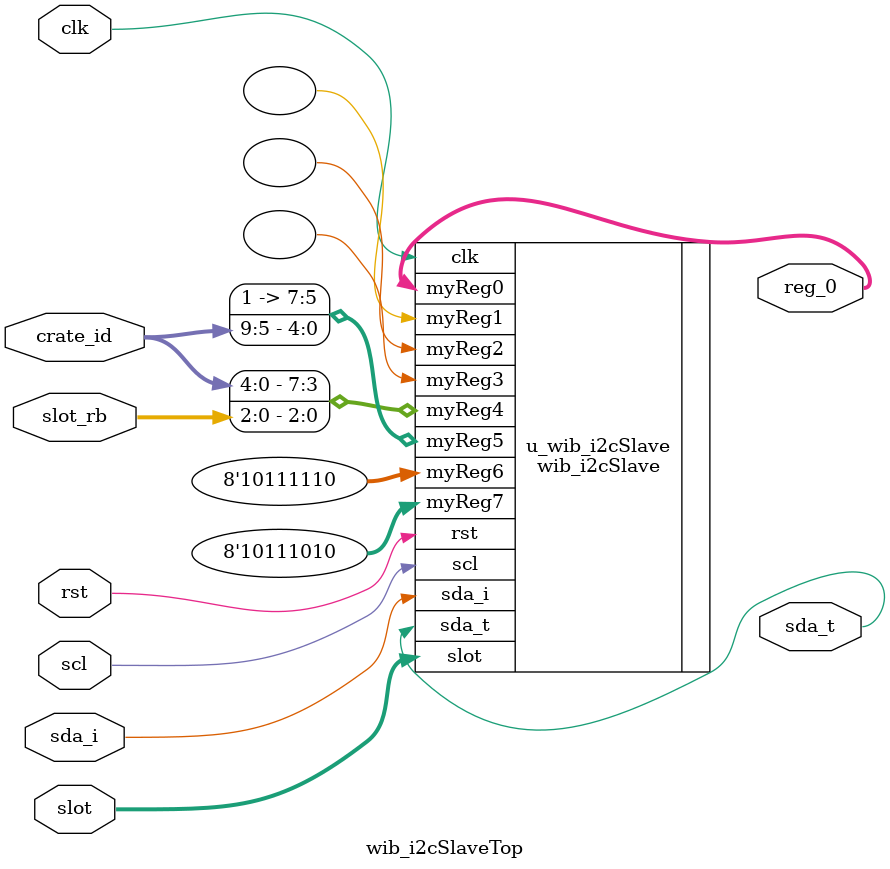
<source format=v>
`include "wib_i2cSlave_define.v"


module wib_i2cSlaveTop 
(
    clk,
    rst,
    scl,
    
    sda_i,
    sda_t,
    
    reg_0, // {bus_select, activate}
    slot,
    slot_rb,
    crate_id
);
    input clk;
    input rst;
    input scl;
    input  sda_i;
    output sda_t;
    output [7:0] reg_0;
    input [2:0] slot;
    input [2:0] slot_rb;
    input [9:0] crate_id;
    
    
    wib_i2cSlave u_wib_i2cSlave
    (
        .clk    (clk),
        .rst    (rst),
        .scl    (scl),
        .sda_i  (sda_i),
        .sda_t  (sda_t),
        .myReg0 (reg_0),
        .myReg1 (),
        .myReg2 (),
        .myReg3 (),
        .myReg4 ({crate_id[4:0], slot_rb}),
        .myReg5 ({3'h7, crate_id[9:5]}),
        .myReg6 (8'hbe),
        .myReg7 (8'hba),
        .slot   (slot)
    );


endmodule


 

</source>
